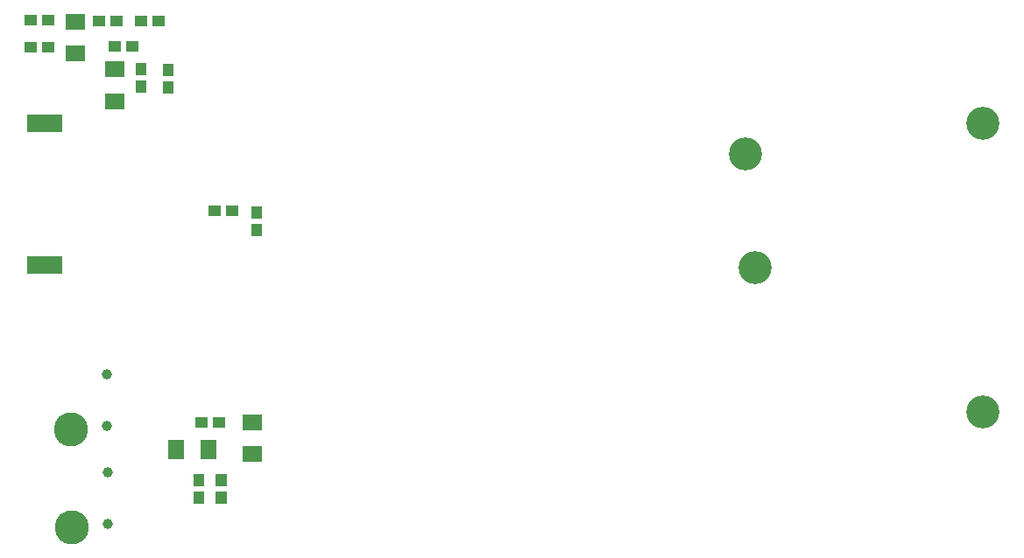
<source format=gtp>
G04 MADE WITH FRITZING*
G04 WWW.FRITZING.ORG*
G04 DOUBLE SIDED*
G04 HOLES PLATED*
G04 CONTOUR ON CENTER OF CONTOUR VECTOR*
%ASAXBY*%
%FSLAX23Y23*%
%MOIN*%
%OFA0B0*%
%SFA1.0B1.0*%
%ADD10C,0.125972*%
%ADD11C,0.129986*%
%ADD12C,0.039361*%
%ADD13R,0.074803X0.062992*%
%ADD14R,0.043307X0.047244*%
%ADD15R,0.047244X0.043307*%
%ADD16R,0.062992X0.074803*%
%ADD17R,0.137805X0.070889*%
%ADD18R,0.001000X0.001000*%
%LNPASTEMASK1*%
G90*
G70*
G54D10*
X3715Y1641D03*
X3715Y539D03*
X2849Y1090D03*
X2810Y1523D03*
G54D11*
X243Y473D03*
G54D12*
X381Y684D03*
X381Y487D03*
G54D11*
X248Y99D03*
G54D12*
X385Y310D03*
X385Y113D03*
G54D13*
X936Y379D03*
X936Y501D03*
G54D14*
X613Y1776D03*
X613Y1843D03*
G54D15*
X792Y1307D03*
X859Y1307D03*
G54D13*
X260Y1906D03*
X260Y2028D03*
X410Y1725D03*
X410Y1847D03*
G54D15*
X419Y2029D03*
X352Y2029D03*
G54D16*
X646Y397D03*
X768Y397D03*
G54D14*
X950Y1299D03*
X950Y1232D03*
G54D15*
X412Y1935D03*
X479Y1935D03*
G54D14*
X510Y1847D03*
X510Y1781D03*
G54D15*
X159Y2033D03*
X92Y2033D03*
X578Y2030D03*
X511Y2030D03*
X91Y1931D03*
X158Y1931D03*
G54D14*
X732Y279D03*
X732Y212D03*
G54D15*
X807Y500D03*
X740Y500D03*
G54D17*
X144Y1101D03*
X144Y1640D03*
G36*
X839Y258D02*
X796Y258D01*
X796Y305D01*
X839Y305D01*
X839Y258D01*
G37*
D02*
G36*
X839Y191D02*
X796Y191D01*
X796Y238D01*
X839Y238D01*
X839Y191D01*
G37*
D02*
G54D18*
D02*
G04 End of PasteMask1*
M02*
</source>
